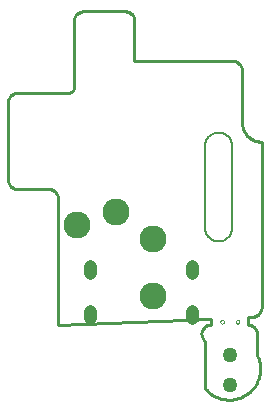
<source format=gbp>
G75*
G70*
%OFA0B0*%
%FSLAX24Y24*%
%IPPOS*%
%LPD*%
%AMOC8*
5,1,8,0,0,1.08239X$1,22.5*
%
%ADD10C,0.0050*%
%ADD11C,0.0100*%
%ADD12C,0.0000*%
%ADD13C,0.0004*%
%ADD14C,0.0433*%
%ADD15C,0.0900*%
%ADD16C,0.0500*%
D10*
X007158Y005886D02*
X007158Y008596D01*
X007160Y008637D01*
X007165Y008677D01*
X007174Y008717D01*
X007187Y008756D01*
X007203Y008793D01*
X007222Y008829D01*
X007245Y008863D01*
X007270Y008895D01*
X007299Y008925D01*
X007329Y008952D01*
X007362Y008976D01*
X007397Y008997D01*
X007434Y009014D01*
X007472Y009029D01*
X007512Y009040D01*
X007552Y009047D01*
X007593Y009051D01*
X007633Y009051D01*
X007674Y009047D01*
X007714Y009040D01*
X007754Y009029D01*
X007792Y009014D01*
X007829Y008997D01*
X007864Y008976D01*
X007897Y008952D01*
X007927Y008925D01*
X007956Y008895D01*
X007981Y008863D01*
X008004Y008829D01*
X008023Y008793D01*
X008039Y008756D01*
X008052Y008717D01*
X008061Y008677D01*
X008066Y008637D01*
X008068Y008596D01*
X008068Y005886D01*
X008066Y005845D01*
X008061Y005805D01*
X008052Y005765D01*
X008039Y005726D01*
X008023Y005689D01*
X008004Y005653D01*
X007981Y005619D01*
X007956Y005587D01*
X007927Y005557D01*
X007897Y005530D01*
X007864Y005506D01*
X007829Y005485D01*
X007792Y005468D01*
X007754Y005453D01*
X007714Y005442D01*
X007674Y005435D01*
X007633Y005431D01*
X007593Y005431D01*
X007552Y005435D01*
X007512Y005442D01*
X007472Y005453D01*
X007434Y005468D01*
X007397Y005485D01*
X007362Y005506D01*
X007329Y005530D01*
X007299Y005557D01*
X007270Y005587D01*
X007245Y005619D01*
X007222Y005653D01*
X007203Y005689D01*
X007187Y005726D01*
X007174Y005765D01*
X007165Y005805D01*
X007160Y005845D01*
X007158Y005886D01*
D11*
X007364Y002832D02*
X002254Y002646D01*
X002254Y006898D01*
X002248Y006931D01*
X002239Y006963D01*
X002226Y006994D01*
X002210Y007023D01*
X002192Y007050D01*
X002170Y007076D01*
X002146Y007099D01*
X002120Y007119D01*
X002092Y007137D01*
X002062Y007151D01*
X002031Y007162D01*
X001999Y007170D01*
X001966Y007175D01*
X001933Y007176D01*
X001900Y007174D01*
X001899Y007174D02*
X000904Y007174D01*
X000871Y007176D01*
X000839Y007181D01*
X000807Y007189D01*
X000776Y007201D01*
X000747Y007216D01*
X000719Y007234D01*
X000693Y007255D01*
X000670Y007278D01*
X000649Y007304D01*
X000631Y007331D01*
X000616Y007361D01*
X000604Y007392D01*
X000596Y007424D01*
X000591Y007456D01*
X000589Y007489D01*
X000589Y010062D01*
X000591Y010095D01*
X000596Y010127D01*
X000604Y010159D01*
X000616Y010190D01*
X000631Y010219D01*
X000649Y010247D01*
X000670Y010273D01*
X000693Y010296D01*
X000719Y010317D01*
X000747Y010335D01*
X000776Y010350D01*
X000807Y010362D01*
X000839Y010370D01*
X000871Y010375D01*
X000904Y010377D01*
X002595Y010377D01*
X002595Y010376D02*
X002621Y010378D01*
X002646Y010383D01*
X002670Y010391D01*
X002693Y010402D01*
X002715Y010417D01*
X002734Y010434D01*
X002751Y010453D01*
X002766Y010474D01*
X002777Y010498D01*
X002785Y010522D01*
X002790Y010547D01*
X002792Y010573D01*
X002792Y012782D01*
X002794Y012815D01*
X002799Y012847D01*
X002807Y012879D01*
X002819Y012910D01*
X002834Y012939D01*
X002852Y012967D01*
X002873Y012993D01*
X002896Y013016D01*
X002922Y013037D01*
X002950Y013055D01*
X002979Y013070D01*
X003010Y013082D01*
X003042Y013090D01*
X003074Y013095D01*
X003107Y013097D01*
X004489Y013097D01*
X004522Y013095D01*
X004554Y013090D01*
X004586Y013082D01*
X004617Y013070D01*
X004646Y013055D01*
X004674Y013037D01*
X004700Y013016D01*
X004723Y012993D01*
X004744Y012967D01*
X004762Y012939D01*
X004777Y012910D01*
X004789Y012879D01*
X004797Y012847D01*
X004802Y012815D01*
X004804Y012782D01*
X004804Y011456D01*
X008073Y011456D01*
X008073Y011455D02*
X008108Y011452D01*
X008142Y011444D01*
X008175Y011433D01*
X008207Y011419D01*
X008237Y011401D01*
X008265Y011380D01*
X008291Y011356D01*
X008315Y011330D01*
X008335Y011302D01*
X008352Y011271D01*
X008367Y011239D01*
X008377Y011206D01*
X008384Y011171D01*
X008388Y011136D01*
X008387Y011101D01*
X008388Y011101D02*
X008388Y009382D01*
X008387Y009381D02*
X008391Y009333D01*
X008397Y009285D01*
X008408Y009237D01*
X008422Y009191D01*
X008439Y009145D01*
X008460Y009101D01*
X008484Y009059D01*
X008511Y009019D01*
X008541Y008981D01*
X008574Y008945D01*
X008610Y008911D01*
X008647Y008881D01*
X008687Y008853D01*
X008729Y008828D01*
X008773Y008807D01*
X008818Y008789D01*
X008864Y008774D01*
X008912Y008763D01*
X008960Y008756D01*
X009008Y008752D01*
X009057Y008751D01*
X009057Y008752D02*
X009057Y003294D01*
X009055Y003255D01*
X009049Y003217D01*
X009040Y003180D01*
X009027Y003143D01*
X009010Y003108D01*
X008991Y003075D01*
X008968Y003044D01*
X008942Y003015D01*
X008913Y002989D01*
X008882Y002966D01*
X008849Y002947D01*
X008814Y002930D01*
X008777Y002917D01*
X008740Y002908D01*
X008702Y002902D01*
X008663Y002900D01*
X008663Y002901D02*
X008585Y002901D01*
X008585Y002646D01*
X008618Y002644D01*
X008650Y002639D01*
X008682Y002631D01*
X008713Y002619D01*
X008742Y002604D01*
X008770Y002586D01*
X008796Y002565D01*
X008819Y002542D01*
X008840Y002516D01*
X008858Y002488D01*
X008873Y002459D01*
X008885Y002428D01*
X008893Y002396D01*
X008898Y002364D01*
X008900Y002331D01*
X008900Y001623D01*
X008925Y001565D01*
X008947Y001505D01*
X008964Y001444D01*
X008978Y001382D01*
X008988Y001320D01*
X008995Y001257D01*
X008997Y001193D01*
X008995Y001130D01*
X008990Y001066D01*
X008981Y001004D01*
X008968Y000942D01*
X008951Y000880D01*
X008930Y000820D01*
X008906Y000762D01*
X008878Y000705D01*
X008847Y000649D01*
X008813Y000596D01*
X008775Y000545D01*
X008734Y000496D01*
X008690Y000450D01*
X008644Y000407D01*
X008595Y000367D01*
X008544Y000329D01*
X008490Y000295D01*
X008435Y000265D01*
X008377Y000237D01*
X008318Y000214D01*
X008258Y000194D01*
X008197Y000177D01*
X008135Y000165D01*
X008072Y000156D01*
X008009Y000151D01*
X007945Y000150D01*
X007882Y000153D01*
X007819Y000160D01*
X007756Y000170D01*
X007694Y000185D01*
X007633Y000203D01*
X007574Y000225D01*
X007516Y000251D01*
X007459Y000280D01*
X007405Y000312D01*
X007352Y000348D01*
X007302Y000387D01*
X007254Y000428D01*
X007209Y000473D01*
X007167Y000520D01*
X007167Y002095D01*
X007168Y002096D02*
X007141Y002117D01*
X007116Y002141D01*
X007095Y002168D01*
X007076Y002197D01*
X007061Y002228D01*
X007050Y002260D01*
X007042Y002293D01*
X007038Y002328D01*
X007039Y002362D01*
X007043Y002396D01*
X007050Y002430D01*
X007062Y002462D01*
X007077Y002493D01*
X007096Y002522D01*
X007117Y002548D01*
X007142Y002572D01*
X007169Y002593D01*
X007198Y002611D01*
X007229Y002626D01*
X007262Y002637D01*
X007296Y002644D01*
X007330Y002647D01*
X007364Y002646D01*
X007364Y002832D01*
D12*
X007670Y002746D02*
X007672Y002761D01*
X007677Y002775D01*
X007686Y002787D01*
X007698Y002797D01*
X007711Y002803D01*
X007726Y002806D01*
X007741Y002805D01*
X007756Y002800D01*
X007768Y002792D01*
X007779Y002781D01*
X007786Y002768D01*
X007790Y002754D01*
X007790Y002738D01*
X007786Y002724D01*
X007779Y002711D01*
X007768Y002700D01*
X007756Y002692D01*
X007741Y002687D01*
X007726Y002686D01*
X007711Y002689D01*
X007698Y002695D01*
X007686Y002705D01*
X007677Y002717D01*
X007672Y002731D01*
X007670Y002746D01*
X008180Y002746D02*
X008182Y002761D01*
X008187Y002775D01*
X008196Y002787D01*
X008208Y002797D01*
X008221Y002803D01*
X008236Y002806D01*
X008251Y002805D01*
X008266Y002800D01*
X008278Y002792D01*
X008289Y002781D01*
X008296Y002768D01*
X008300Y002754D01*
X008300Y002738D01*
X008296Y002724D01*
X008289Y002711D01*
X008278Y002700D01*
X008266Y002692D01*
X008251Y002687D01*
X008236Y002686D01*
X008221Y002689D01*
X008208Y002695D01*
X008196Y002705D01*
X008187Y002717D01*
X008182Y002731D01*
X008180Y002746D01*
D13*
X006855Y002860D02*
X006855Y003104D01*
X006853Y003124D01*
X006848Y003144D01*
X006839Y003163D01*
X006827Y003180D01*
X006813Y003194D01*
X006796Y003206D01*
X006777Y003215D01*
X006757Y003220D01*
X006737Y003222D01*
X006717Y003220D01*
X006697Y003215D01*
X006678Y003206D01*
X006661Y003194D01*
X006647Y003180D01*
X006635Y003163D01*
X006626Y003144D01*
X006621Y003124D01*
X006619Y003104D01*
X006619Y002860D01*
X006621Y002840D01*
X006626Y002820D01*
X006635Y002801D01*
X006647Y002784D01*
X006661Y002770D01*
X006678Y002758D01*
X006697Y002749D01*
X006717Y002744D01*
X006737Y002742D01*
X006757Y002744D01*
X006777Y002749D01*
X006796Y002758D01*
X006813Y002770D01*
X006827Y002784D01*
X006839Y002801D01*
X006848Y002820D01*
X006853Y002840D01*
X006855Y002860D01*
X006855Y004356D02*
X006855Y004600D01*
X006853Y004620D01*
X006848Y004640D01*
X006839Y004659D01*
X006827Y004676D01*
X006813Y004690D01*
X006796Y004702D01*
X006777Y004711D01*
X006757Y004716D01*
X006737Y004718D01*
X006717Y004716D01*
X006697Y004711D01*
X006678Y004702D01*
X006661Y004690D01*
X006647Y004676D01*
X006635Y004659D01*
X006626Y004640D01*
X006621Y004620D01*
X006619Y004600D01*
X006619Y004356D01*
X006621Y004336D01*
X006626Y004316D01*
X006635Y004297D01*
X006647Y004280D01*
X006661Y004266D01*
X006678Y004254D01*
X006697Y004245D01*
X006717Y004240D01*
X006737Y004238D01*
X006757Y004240D01*
X006777Y004245D01*
X006796Y004254D01*
X006813Y004266D01*
X006827Y004280D01*
X006839Y004297D01*
X006848Y004316D01*
X006853Y004336D01*
X006855Y004356D01*
X003454Y004356D02*
X003454Y004600D01*
X003452Y004620D01*
X003447Y004640D01*
X003438Y004659D01*
X003426Y004676D01*
X003412Y004690D01*
X003395Y004702D01*
X003376Y004711D01*
X003356Y004716D01*
X003336Y004718D01*
X003316Y004716D01*
X003296Y004711D01*
X003277Y004702D01*
X003260Y004690D01*
X003246Y004676D01*
X003234Y004659D01*
X003225Y004640D01*
X003220Y004620D01*
X003218Y004600D01*
X003218Y004356D01*
X003220Y004336D01*
X003225Y004316D01*
X003234Y004297D01*
X003246Y004280D01*
X003260Y004266D01*
X003277Y004254D01*
X003296Y004245D01*
X003316Y004240D01*
X003336Y004238D01*
X003356Y004240D01*
X003376Y004245D01*
X003395Y004254D01*
X003412Y004266D01*
X003426Y004280D01*
X003438Y004297D01*
X003447Y004316D01*
X003452Y004336D01*
X003454Y004356D01*
X003454Y003104D02*
X003454Y002860D01*
X003452Y002840D01*
X003447Y002820D01*
X003438Y002801D01*
X003426Y002784D01*
X003412Y002770D01*
X003395Y002758D01*
X003376Y002749D01*
X003356Y002744D01*
X003336Y002742D01*
X003316Y002744D01*
X003296Y002749D01*
X003277Y002758D01*
X003260Y002770D01*
X003246Y002784D01*
X003234Y002801D01*
X003225Y002820D01*
X003220Y002840D01*
X003218Y002860D01*
X003218Y003104D01*
X003220Y003124D01*
X003225Y003144D01*
X003234Y003163D01*
X003246Y003180D01*
X003260Y003194D01*
X003277Y003206D01*
X003296Y003215D01*
X003316Y003220D01*
X003336Y003222D01*
X003356Y003220D01*
X003376Y003215D01*
X003395Y003206D01*
X003412Y003194D01*
X003426Y003180D01*
X003438Y003163D01*
X003447Y003144D01*
X003452Y003124D01*
X003454Y003104D01*
D14*
X003336Y002862D02*
X003336Y002862D01*
X003336Y003098D01*
X003336Y003098D01*
X003336Y002862D01*
X003336Y004358D02*
X003336Y004358D01*
X003336Y004594D01*
X003336Y004594D01*
X003336Y004358D01*
X006737Y004358D02*
X006737Y004358D01*
X006737Y004594D01*
X006737Y004594D01*
X006737Y004358D01*
X006737Y002862D02*
X006737Y002862D01*
X006737Y003098D01*
X006737Y003098D01*
X006737Y002862D01*
D15*
X005427Y003616D03*
X005427Y005516D03*
X004197Y006396D03*
X002897Y005976D03*
D16*
X007987Y001646D03*
X007987Y000646D03*
M02*

</source>
